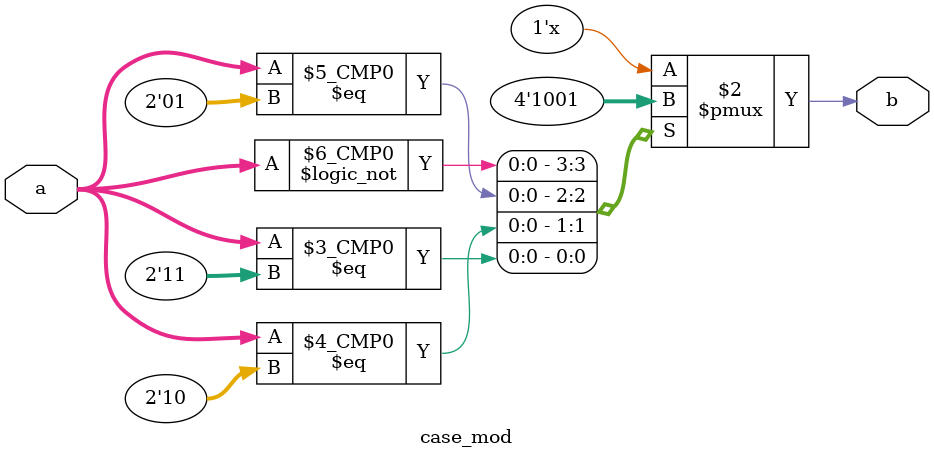
<source format=v>
module case_mod
  #(parameter SIZE=1) (
  input  wire [1:0]        a,
  output reg  [(SIZE-1):0] b
);

always @*
  case( a )
    2'b00 :  b = {SIZE{1'b1}};
    2'b01 :  b = {SIZE{1'b0}};
    2'b10 :  b = {SIZE{1'b0}};
    2'b11 :  b = {SIZE{1'b1}};
  endcase

endmodule

</source>
